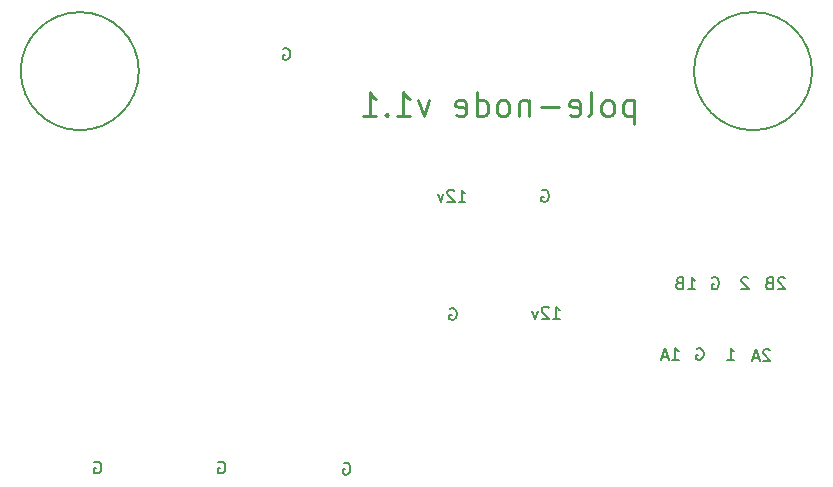
<source format=gbr>
G04 #@! TF.GenerationSoftware,KiCad,Pcbnew,5.1.9-73d0e3b20d~88~ubuntu20.04.1*
G04 #@! TF.CreationDate,2021-04-26T21:02:44-06:00*
G04 #@! TF.ProjectId,pole-node,706f6c65-2d6e-46f6-9465-2e6b69636164,rev?*
G04 #@! TF.SameCoordinates,Original*
G04 #@! TF.FileFunction,Legend,Bot*
G04 #@! TF.FilePolarity,Positive*
%FSLAX46Y46*%
G04 Gerber Fmt 4.6, Leading zero omitted, Abs format (unit mm)*
G04 Created by KiCad (PCBNEW 5.1.9-73d0e3b20d~88~ubuntu20.04.1) date 2021-04-26 21:02:44*
%MOMM*%
%LPD*%
G01*
G04 APERTURE LIST*
%ADD10C,0.250000*%
%ADD11C,0.150000*%
G04 APERTURE END LIST*
D10*
X90428571Y-42971428D02*
X90428571Y-44971428D01*
X90428571Y-43066666D02*
X90238095Y-42971428D01*
X89857142Y-42971428D01*
X89666666Y-43066666D01*
X89571428Y-43161904D01*
X89476190Y-43352380D01*
X89476190Y-43923809D01*
X89571428Y-44114285D01*
X89666666Y-44209523D01*
X89857142Y-44304761D01*
X90238095Y-44304761D01*
X90428571Y-44209523D01*
X88333333Y-44304761D02*
X88523809Y-44209523D01*
X88619047Y-44114285D01*
X88714285Y-43923809D01*
X88714285Y-43352380D01*
X88619047Y-43161904D01*
X88523809Y-43066666D01*
X88333333Y-42971428D01*
X88047619Y-42971428D01*
X87857142Y-43066666D01*
X87761904Y-43161904D01*
X87666666Y-43352380D01*
X87666666Y-43923809D01*
X87761904Y-44114285D01*
X87857142Y-44209523D01*
X88047619Y-44304761D01*
X88333333Y-44304761D01*
X86523809Y-44304761D02*
X86714285Y-44209523D01*
X86809523Y-44019047D01*
X86809523Y-42304761D01*
X85000000Y-44209523D02*
X85190476Y-44304761D01*
X85571428Y-44304761D01*
X85761904Y-44209523D01*
X85857142Y-44019047D01*
X85857142Y-43257142D01*
X85761904Y-43066666D01*
X85571428Y-42971428D01*
X85190476Y-42971428D01*
X85000000Y-43066666D01*
X84904761Y-43257142D01*
X84904761Y-43447619D01*
X85857142Y-43638095D01*
X84047619Y-43542857D02*
X82523809Y-43542857D01*
X81571428Y-42971428D02*
X81571428Y-44304761D01*
X81571428Y-43161904D02*
X81476190Y-43066666D01*
X81285714Y-42971428D01*
X81000000Y-42971428D01*
X80809523Y-43066666D01*
X80714285Y-43257142D01*
X80714285Y-44304761D01*
X79476190Y-44304761D02*
X79666666Y-44209523D01*
X79761904Y-44114285D01*
X79857142Y-43923809D01*
X79857142Y-43352380D01*
X79761904Y-43161904D01*
X79666666Y-43066666D01*
X79476190Y-42971428D01*
X79190476Y-42971428D01*
X79000000Y-43066666D01*
X78904761Y-43161904D01*
X78809523Y-43352380D01*
X78809523Y-43923809D01*
X78904761Y-44114285D01*
X79000000Y-44209523D01*
X79190476Y-44304761D01*
X79476190Y-44304761D01*
X77095238Y-44304761D02*
X77095238Y-42304761D01*
X77095238Y-44209523D02*
X77285714Y-44304761D01*
X77666666Y-44304761D01*
X77857142Y-44209523D01*
X77952380Y-44114285D01*
X78047619Y-43923809D01*
X78047619Y-43352380D01*
X77952380Y-43161904D01*
X77857142Y-43066666D01*
X77666666Y-42971428D01*
X77285714Y-42971428D01*
X77095238Y-43066666D01*
X75380952Y-44209523D02*
X75571428Y-44304761D01*
X75952380Y-44304761D01*
X76142857Y-44209523D01*
X76238095Y-44019047D01*
X76238095Y-43257142D01*
X76142857Y-43066666D01*
X75952380Y-42971428D01*
X75571428Y-42971428D01*
X75380952Y-43066666D01*
X75285714Y-43257142D01*
X75285714Y-43447619D01*
X76238095Y-43638095D01*
X73095238Y-42971428D02*
X72619047Y-44304761D01*
X72142857Y-42971428D01*
X70333333Y-44304761D02*
X71476190Y-44304761D01*
X70904761Y-44304761D02*
X70904761Y-42304761D01*
X71095238Y-42590476D01*
X71285714Y-42780952D01*
X71476190Y-42876190D01*
X69476190Y-44114285D02*
X69380952Y-44209523D01*
X69476190Y-44304761D01*
X69571428Y-44209523D01*
X69476190Y-44114285D01*
X69476190Y-44304761D01*
X67476190Y-44304761D02*
X68619047Y-44304761D01*
X68047619Y-44304761D02*
X68047619Y-42304761D01*
X68238095Y-42590476D01*
X68428571Y-42780952D01*
X68619047Y-42876190D01*
D11*
X60738095Y-38600000D02*
X60833333Y-38552380D01*
X60976190Y-38552380D01*
X61119047Y-38600000D01*
X61214285Y-38695238D01*
X61261904Y-38790476D01*
X61309523Y-38980952D01*
X61309523Y-39123809D01*
X61261904Y-39314285D01*
X61214285Y-39409523D01*
X61119047Y-39504761D01*
X60976190Y-39552380D01*
X60880952Y-39552380D01*
X60738095Y-39504761D01*
X60690476Y-39457142D01*
X60690476Y-39123809D01*
X60880952Y-39123809D01*
X44738095Y-73600000D02*
X44833333Y-73552380D01*
X44976190Y-73552380D01*
X45119047Y-73600000D01*
X45214285Y-73695238D01*
X45261904Y-73790476D01*
X45309523Y-73980952D01*
X45309523Y-74123809D01*
X45261904Y-74314285D01*
X45214285Y-74409523D01*
X45119047Y-74504761D01*
X44976190Y-74552380D01*
X44880952Y-74552380D01*
X44738095Y-74504761D01*
X44690476Y-74457142D01*
X44690476Y-74123809D01*
X44880952Y-74123809D01*
X55238095Y-73600000D02*
X55333333Y-73552380D01*
X55476190Y-73552380D01*
X55619047Y-73600000D01*
X55714285Y-73695238D01*
X55761904Y-73790476D01*
X55809523Y-73980952D01*
X55809523Y-74123809D01*
X55761904Y-74314285D01*
X55714285Y-74409523D01*
X55619047Y-74504761D01*
X55476190Y-74552380D01*
X55380952Y-74552380D01*
X55238095Y-74504761D01*
X55190476Y-74457142D01*
X55190476Y-74123809D01*
X55380952Y-74123809D01*
X65838095Y-73700000D02*
X65933333Y-73652380D01*
X66076190Y-73652380D01*
X66219047Y-73700000D01*
X66314285Y-73795238D01*
X66361904Y-73890476D01*
X66409523Y-74080952D01*
X66409523Y-74223809D01*
X66361904Y-74414285D01*
X66314285Y-74509523D01*
X66219047Y-74604761D01*
X66076190Y-74652380D01*
X65980952Y-74652380D01*
X65838095Y-74604761D01*
X65790476Y-74557142D01*
X65790476Y-74223809D01*
X65980952Y-74223809D01*
X75571428Y-51552380D02*
X76142857Y-51552380D01*
X75857142Y-51552380D02*
X75857142Y-50552380D01*
X75952380Y-50695238D01*
X76047619Y-50790476D01*
X76142857Y-50838095D01*
X75190476Y-50647619D02*
X75142857Y-50600000D01*
X75047619Y-50552380D01*
X74809523Y-50552380D01*
X74714285Y-50600000D01*
X74666666Y-50647619D01*
X74619047Y-50742857D01*
X74619047Y-50838095D01*
X74666666Y-50980952D01*
X75238095Y-51552380D01*
X74619047Y-51552380D01*
X74285714Y-50885714D02*
X74047619Y-51552380D01*
X73809523Y-50885714D01*
X82638095Y-50600000D02*
X82733333Y-50552380D01*
X82876190Y-50552380D01*
X83019047Y-50600000D01*
X83114285Y-50695238D01*
X83161904Y-50790476D01*
X83209523Y-50980952D01*
X83209523Y-51123809D01*
X83161904Y-51314285D01*
X83114285Y-51409523D01*
X83019047Y-51504761D01*
X82876190Y-51552380D01*
X82780952Y-51552380D01*
X82638095Y-51504761D01*
X82590476Y-51457142D01*
X82590476Y-51123809D01*
X82780952Y-51123809D01*
X83571428Y-61452380D02*
X84142857Y-61452380D01*
X83857142Y-61452380D02*
X83857142Y-60452380D01*
X83952380Y-60595238D01*
X84047619Y-60690476D01*
X84142857Y-60738095D01*
X83190476Y-60547619D02*
X83142857Y-60500000D01*
X83047619Y-60452380D01*
X82809523Y-60452380D01*
X82714285Y-60500000D01*
X82666666Y-60547619D01*
X82619047Y-60642857D01*
X82619047Y-60738095D01*
X82666666Y-60880952D01*
X83238095Y-61452380D01*
X82619047Y-61452380D01*
X82285714Y-60785714D02*
X82047619Y-61452380D01*
X81809523Y-60785714D01*
X74838095Y-60600000D02*
X74933333Y-60552380D01*
X75076190Y-60552380D01*
X75219047Y-60600000D01*
X75314285Y-60695238D01*
X75361904Y-60790476D01*
X75409523Y-60980952D01*
X75409523Y-61123809D01*
X75361904Y-61314285D01*
X75314285Y-61409523D01*
X75219047Y-61504761D01*
X75076190Y-61552380D01*
X74980952Y-61552380D01*
X74838095Y-61504761D01*
X74790476Y-61457142D01*
X74790476Y-61123809D01*
X74980952Y-61123809D01*
X100085714Y-58047619D02*
X100038095Y-58000000D01*
X99942857Y-57952380D01*
X99704761Y-57952380D01*
X99609523Y-58000000D01*
X99561904Y-58047619D01*
X99514285Y-58142857D01*
X99514285Y-58238095D01*
X99561904Y-58380952D01*
X100133333Y-58952380D01*
X99514285Y-58952380D01*
X98314285Y-64952380D02*
X98885714Y-64952380D01*
X98600000Y-64952380D02*
X98600000Y-63952380D01*
X98695238Y-64095238D01*
X98790476Y-64190476D01*
X98885714Y-64238095D01*
X103185714Y-58047619D02*
X103138095Y-58000000D01*
X103042857Y-57952380D01*
X102804761Y-57952380D01*
X102709523Y-58000000D01*
X102661904Y-58047619D01*
X102614285Y-58142857D01*
X102614285Y-58238095D01*
X102661904Y-58380952D01*
X103233333Y-58952380D01*
X102614285Y-58952380D01*
X101852380Y-58428571D02*
X101709523Y-58476190D01*
X101661904Y-58523809D01*
X101614285Y-58619047D01*
X101614285Y-58761904D01*
X101661904Y-58857142D01*
X101709523Y-58904761D01*
X101804761Y-58952380D01*
X102185714Y-58952380D01*
X102185714Y-57952380D01*
X101852380Y-57952380D01*
X101757142Y-58000000D01*
X101709523Y-58047619D01*
X101661904Y-58142857D01*
X101661904Y-58238095D01*
X101709523Y-58333333D01*
X101757142Y-58380952D01*
X101852380Y-58428571D01*
X102185714Y-58428571D01*
X101914285Y-64147619D02*
X101866666Y-64100000D01*
X101771428Y-64052380D01*
X101533333Y-64052380D01*
X101438095Y-64100000D01*
X101390476Y-64147619D01*
X101342857Y-64242857D01*
X101342857Y-64338095D01*
X101390476Y-64480952D01*
X101961904Y-65052380D01*
X101342857Y-65052380D01*
X100961904Y-64766666D02*
X100485714Y-64766666D01*
X101057142Y-65052380D02*
X100723809Y-64052380D01*
X100390476Y-65052380D01*
X95014285Y-58952380D02*
X95585714Y-58952380D01*
X95300000Y-58952380D02*
X95300000Y-57952380D01*
X95395238Y-58095238D01*
X95490476Y-58190476D01*
X95585714Y-58238095D01*
X94252380Y-58428571D02*
X94109523Y-58476190D01*
X94061904Y-58523809D01*
X94014285Y-58619047D01*
X94014285Y-58761904D01*
X94061904Y-58857142D01*
X94109523Y-58904761D01*
X94204761Y-58952380D01*
X94585714Y-58952380D01*
X94585714Y-57952380D01*
X94252380Y-57952380D01*
X94157142Y-58000000D01*
X94109523Y-58047619D01*
X94061904Y-58142857D01*
X94061904Y-58238095D01*
X94109523Y-58333333D01*
X94157142Y-58380952D01*
X94252380Y-58428571D01*
X94585714Y-58428571D01*
X93642857Y-64952380D02*
X94214285Y-64952380D01*
X93928571Y-64952380D02*
X93928571Y-63952380D01*
X94023809Y-64095238D01*
X94119047Y-64190476D01*
X94214285Y-64238095D01*
X93261904Y-64666666D02*
X92785714Y-64666666D01*
X93357142Y-64952380D02*
X93023809Y-63952380D01*
X92690476Y-64952380D01*
X97038095Y-58000000D02*
X97133333Y-57952380D01*
X97276190Y-57952380D01*
X97419047Y-58000000D01*
X97514285Y-58095238D01*
X97561904Y-58190476D01*
X97609523Y-58380952D01*
X97609523Y-58523809D01*
X97561904Y-58714285D01*
X97514285Y-58809523D01*
X97419047Y-58904761D01*
X97276190Y-58952380D01*
X97180952Y-58952380D01*
X97038095Y-58904761D01*
X96990476Y-58857142D01*
X96990476Y-58523809D01*
X97180952Y-58523809D01*
X95738095Y-64000000D02*
X95833333Y-63952380D01*
X95976190Y-63952380D01*
X96119047Y-64000000D01*
X96214285Y-64095238D01*
X96261904Y-64190476D01*
X96309523Y-64380952D01*
X96309523Y-64523809D01*
X96261904Y-64714285D01*
X96214285Y-64809523D01*
X96119047Y-64904761D01*
X95976190Y-64952380D01*
X95880952Y-64952380D01*
X95738095Y-64904761D01*
X95690476Y-64857142D01*
X95690476Y-64523809D01*
X95880952Y-64523809D01*
X105500000Y-40500000D02*
G75*
G03*
X105500000Y-40500000I-5000000J0D01*
G01*
X48500000Y-40500000D02*
G75*
G03*
X48500000Y-40500000I-5000000J0D01*
G01*
M02*

</source>
